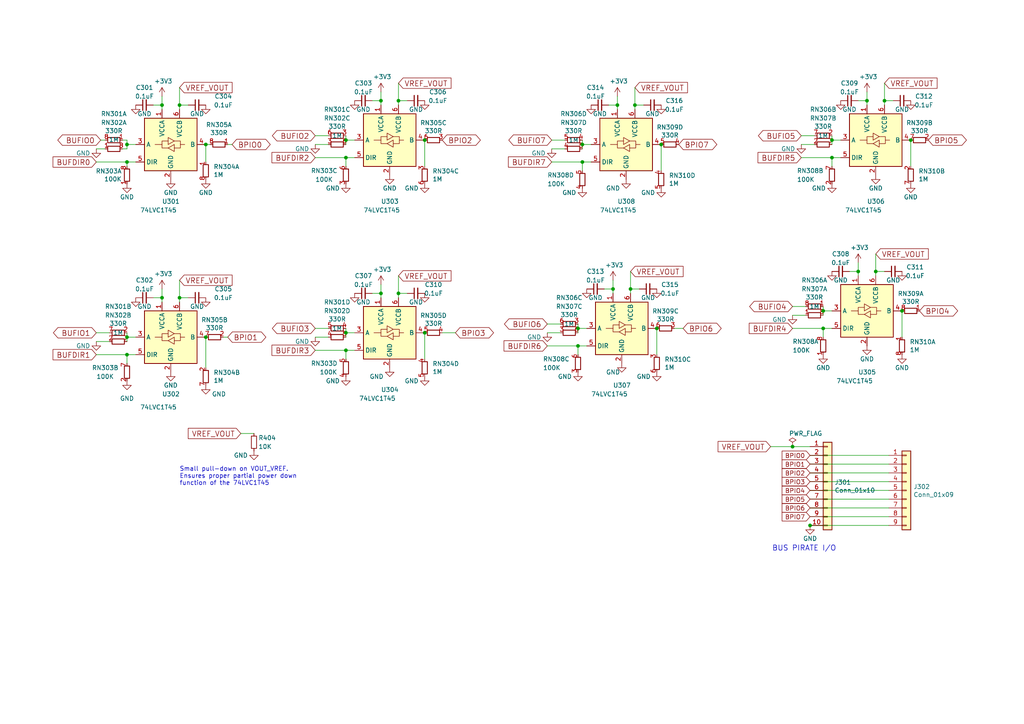
<source format=kicad_sch>
(kicad_sch (version 20230121) (generator eeschema)
  (paper "A4")
  (junction (at 59.69 97.79))
  (junction (at 167.64 100.33))
  (junction (at 254 78.74))
  (junction (at 100.33 40.64))
  (junction (at 52.07 30.48))
  (junction (at 115.57 29.21))
  (junction (at 36.83 41.91))
  (junction (at 52.07 86.36))
  (junction (at 115.57 85.09))
  (junction (at 248.92 78.74))
  (junction (at 46.99 30.48))
  (junction (at 36.83 46.99))
  (junction (at 190.5 95.25))
  (junction (at 100.33 96.52))
  (junction (at 168.91 41.91))
  (junction (at 241.3 40.64))
  (junction (at 234.95 152.4))
  (junction (at 123.19 96.52))
  (junction (at 36.83 102.87))
  (junction (at 264.16 40.64))
  (junction (at 123.19 40.64))
  (junction (at 191.77 41.91))
  (junction (at 238.76 95.25))
  (junction (at 179.07 30.48))
  (junction (at 182.88 83.82))
  (junction (at 59.69 41.91))
  (junction (at 168.91 46.99))
  (junction (at 36.83 97.79))
  (junction (at 110.49 85.09))
  (junction (at 241.3 45.72))
  (junction (at 167.64 95.25))
  (junction (at 110.49 29.21))
  (junction (at 184.15 30.48))
  (junction (at 229.87 129.54))
  (junction (at 238.76 90.17))
  (junction (at 256.54 29.21))
  (junction (at 100.33 101.6))
  (junction (at 46.99 86.36))
  (junction (at 177.8 83.82))
  (junction (at 261.62 90.17))
  (junction (at 251.46 29.21))
  (junction (at 100.33 45.72))
  (wire (pts (xy 236.22 41.91) (xy 232.41 41.91)))
  (wire (pts (xy 110.49 30.48) (xy 110.49 29.21)))
  (wire (pts (xy 259.08 29.21) (xy 256.54 29.21)))
  (wire (pts (xy 234.95 149.86) (xy 257.81 149.86)))
  (wire (pts (xy 39.37 97.79) (xy 36.83 97.79)))
  (wire (pts (xy 52.07 81.28) (xy 52.07 86.36)))
  (wire (pts (xy 257.81 132.08) (xy 234.95 132.08)))
  (wire (pts (xy 36.83 102.87) (xy 27.94 102.87)))
  (wire (pts (xy 241.3 45.72) (xy 241.3 48.26)))
  (wire (pts (xy 176.53 30.48) (xy 179.07 30.48)))
  (wire (pts (xy 36.83 99.06) (xy 36.83 97.79)))
  (wire (pts (xy 123.19 104.14) (xy 123.19 96.52)))
  (wire (pts (xy 170.18 100.33) (xy 167.64 100.33)))
  (wire (pts (xy 66.04 41.91) (xy 67.31 41.91)))
  (wire (pts (xy 238.76 90.17) (xy 238.76 88.9)))
  (wire (pts (xy 163.83 40.64) (xy 160.02 40.64)))
  (wire (pts (xy 162.56 96.52) (xy 158.75 96.52)))
  (wire (pts (xy 100.33 45.72) (xy 100.33 48.26)))
  (wire (pts (xy 59.69 106.68) (xy 59.69 97.79)))
  (wire (pts (xy 100.33 45.72) (xy 91.44 45.72)))
  (wire (pts (xy 241.3 95.25) (xy 238.76 95.25)))
  (wire (pts (xy 234.95 144.78) (xy 257.81 144.78)))
  (wire (pts (xy 52.07 31.75) (xy 52.07 30.48)))
  (wire (pts (xy 246.38 78.74) (xy 248.92 78.74)))
  (wire (pts (xy 168.91 46.99) (xy 168.91 49.53)))
  (wire (pts (xy 110.49 29.21) (xy 110.49 26.67)))
  (wire (pts (xy 167.64 100.33) (xy 167.64 102.87)))
  (wire (pts (xy 54.61 30.48) (xy 52.07 30.48)))
  (wire (pts (xy 177.8 83.82) (xy 177.8 81.28)))
  (wire (pts (xy 123.19 40.64) (xy 123.19 48.26)))
  (wire (pts (xy 46.99 31.75) (xy 46.99 30.48)))
  (wire (pts (xy 95.25 95.25) (xy 91.44 95.25)))
  (wire (pts (xy 36.83 97.79) (xy 36.83 96.52)))
  (wire (pts (xy 241.3 41.91) (xy 241.3 40.64)))
  (wire (pts (xy 168.91 46.99) (xy 160.02 46.99)))
  (wire (pts (xy 236.22 39.37) (xy 232.41 39.37)))
  (wire (pts (xy 118.11 85.09) (xy 115.57 85.09)))
  (wire (pts (xy 238.76 91.44) (xy 238.76 90.17)))
  (wire (pts (xy 59.69 41.91) (xy 59.69 46.99)))
  (wire (pts (xy 171.45 46.99) (xy 168.91 46.99)))
  (wire (pts (xy 170.18 95.25) (xy 167.64 95.25)))
  (wire (pts (xy 36.83 48.26) (xy 36.83 46.99)))
  (wire (pts (xy 115.57 86.36) (xy 115.57 85.09)))
  (wire (pts (xy 175.26 83.82) (xy 177.8 83.82)))
  (wire (pts (xy 190.5 102.87) (xy 190.5 95.25)))
  (wire (pts (xy 233.68 88.9) (xy 229.87 88.9)))
  (wire (pts (xy 54.61 86.36) (xy 52.07 86.36)))
  (wire (pts (xy 128.27 96.52) (xy 132.08 96.52)))
  (wire (pts (xy 115.57 30.48) (xy 115.57 29.21)))
  (wire (pts (xy 248.92 78.74) (xy 248.92 76.2)))
  (wire (pts (xy 115.57 80.01) (xy 115.57 85.09)))
  (wire (pts (xy 179.07 30.48) (xy 179.07 27.94)))
  (wire (pts (xy 44.45 30.48) (xy 46.99 30.48)))
  (wire (pts (xy 162.56 93.98) (xy 158.75 93.98)))
  (wire (pts (xy 36.83 43.18) (xy 35.56 43.18)))
  (wire (pts (xy 243.84 40.64) (xy 241.3 40.64)))
  (wire (pts (xy 100.33 101.6) (xy 91.44 101.6)))
  (wire (pts (xy 31.75 96.52) (xy 27.94 96.52)))
  (wire (pts (xy 243.84 45.72) (xy 241.3 45.72)))
  (wire (pts (xy 69.85 125.73) (xy 73.66 125.73)))
  (wire (pts (xy 102.87 40.64) (xy 100.33 40.64)))
  (wire (pts (xy 46.99 87.63) (xy 46.99 86.36)))
  (wire (pts (xy 39.37 102.87) (xy 36.83 102.87)))
  (wire (pts (xy 60.96 41.91) (xy 59.69 41.91)))
  (wire (pts (xy 177.8 85.09) (xy 177.8 83.82)))
  (wire (pts (xy 118.11 29.21) (xy 115.57 29.21)))
  (wire (pts (xy 95.25 39.37) (xy 91.44 39.37)))
  (wire (pts (xy 110.49 86.36) (xy 110.49 85.09)))
  (wire (pts (xy 66.04 97.79) (xy 64.77 97.79)))
  (wire (pts (xy 171.45 41.91) (xy 168.91 41.91)))
  (wire (pts (xy 179.07 31.75) (xy 179.07 30.48)))
  (wire (pts (xy 115.57 24.13) (xy 115.57 29.21)))
  (wire (pts (xy 223.52 129.54) (xy 229.87 129.54)))
  (wire (pts (xy 233.68 91.44) (xy 229.87 91.44)))
  (wire (pts (xy 27.94 46.99) (xy 36.83 46.99)))
  (wire (pts (xy 30.48 40.64) (xy 29.21 40.64)))
  (wire (pts (xy 95.25 97.79) (xy 91.44 97.79)))
  (wire (pts (xy 234.95 152.4) (xy 257.81 152.4)))
  (wire (pts (xy 168.91 41.91) (xy 168.91 40.64)))
  (wire (pts (xy 241.3 45.72) (xy 232.41 45.72)))
  (wire (pts (xy 251.46 30.48) (xy 251.46 29.21)))
  (wire (pts (xy 107.95 85.09) (xy 110.49 85.09)))
  (wire (pts (xy 100.33 41.91) (xy 100.33 40.64)))
  (wire (pts (xy 36.83 40.64) (xy 35.56 40.64)))
  (wire (pts (xy 102.87 45.72) (xy 100.33 45.72)))
  (wire (pts (xy 163.83 43.18) (xy 160.02 43.18)))
  (wire (pts (xy 198.12 95.25) (xy 195.58 95.25)))
  (wire (pts (xy 234.95 139.7) (xy 257.81 139.7)))
  (wire (pts (xy 27.94 43.18) (xy 30.48 43.18)))
  (wire (pts (xy 100.33 40.64) (xy 100.33 39.37)))
  (wire (pts (xy 241.3 90.17) (xy 238.76 90.17)))
  (wire (pts (xy 256.54 78.74) (xy 254 78.74)))
  (wire (pts (xy 251.46 29.21) (xy 251.46 26.67)))
  (wire (pts (xy 234.95 137.16) (xy 257.81 137.16)))
  (wire (pts (xy 100.33 96.52) (xy 100.33 95.25)))
  (wire (pts (xy 31.75 99.06) (xy 27.94 99.06)))
  (wire (pts (xy 167.64 96.52) (xy 167.64 95.25)))
  (wire (pts (xy 168.91 43.18) (xy 168.91 41.91)))
  (wire (pts (xy 52.07 87.63) (xy 52.07 86.36)))
  (wire (pts (xy 256.54 24.13) (xy 256.54 29.21)))
  (wire (pts (xy 182.88 78.74) (xy 182.88 83.82)))
  (wire (pts (xy 185.42 83.82) (xy 182.88 83.82)))
  (wire (pts (xy 52.07 25.4) (xy 52.07 30.48)))
  (wire (pts (xy 261.62 97.79) (xy 261.62 90.17)))
  (wire (pts (xy 167.64 100.33) (xy 158.75 100.33)))
  (wire (pts (xy 46.99 86.36) (xy 46.99 83.82)))
  (wire (pts (xy 36.83 102.87) (xy 36.83 105.41)))
  (wire (pts (xy 248.92 80.01) (xy 248.92 78.74)))
  (wire (pts (xy 238.76 95.25) (xy 229.87 95.25)))
  (wire (pts (xy 36.83 43.18) (xy 36.83 41.91)))
  (wire (pts (xy 238.76 95.25) (xy 238.76 97.79)))
  (wire (pts (xy 46.99 30.48) (xy 46.99 27.94)))
  (wire (pts (xy 100.33 101.6) (xy 100.33 104.14)))
  (wire (pts (xy 191.77 41.91) (xy 191.77 49.53)))
  (wire (pts (xy 254 73.66) (xy 254 78.74)))
  (wire (pts (xy 95.25 41.91) (xy 91.44 41.91)))
  (wire (pts (xy 102.87 96.52) (xy 100.33 96.52)))
  (wire (pts (xy 241.3 40.64) (xy 241.3 39.37)))
  (wire (pts (xy 36.83 41.91) (xy 36.83 40.64)))
  (wire (pts (xy 229.87 129.54) (xy 234.95 129.54)))
  (wire (pts (xy 44.45 86.36) (xy 46.99 86.36)))
  (wire (pts (xy 100.33 97.79) (xy 100.33 96.52)))
  (wire (pts (xy 167.64 95.25) (xy 167.64 93.98)))
  (wire (pts (xy 234.95 142.24) (xy 257.81 142.24)))
  (wire (pts (xy 186.69 30.48) (xy 184.15 30.48)))
  (wire (pts (xy 184.15 25.4) (xy 184.15 30.48)))
  (wire (pts (xy 234.95 147.32) (xy 257.81 147.32)))
  (wire (pts (xy 234.95 134.62) (xy 257.81 134.62)))
  (wire (pts (xy 107.95 29.21) (xy 110.49 29.21)))
  (wire (pts (xy 248.92 29.21) (xy 251.46 29.21)))
  (wire (pts (xy 184.15 31.75) (xy 184.15 30.48)))
  (wire (pts (xy 102.87 101.6) (xy 100.33 101.6)))
  (wire (pts (xy 256.54 30.48) (xy 256.54 29.21)))
  (wire (pts (xy 36.83 46.99) (xy 39.37 46.99)))
  (wire (pts (xy 182.88 85.09) (xy 182.88 83.82)))
  (wire (pts (xy 39.37 41.91) (xy 36.83 41.91)))
  (wire (pts (xy 254 80.01) (xy 254 78.74)))
  (wire (pts (xy 110.49 85.09) (xy 110.49 82.55)))
  (wire (pts (xy 264.16 48.26) (xy 264.16 40.64)))
  (text "Small pull-down on VOUT_VREF.\nEnsures proper partial power down \nfunction of the 74LVC1T45" (at 52.07 140.97 0) (effects (font (size 1.27 1.27)) (justify left bottom)))
  (text "BUS PIRATE I/O" (at 242.57 160.02 0) (effects (font (size 1.524 1.524)) (justify right bottom)))
  (global_label "BPIO2" (shape bidirectional) (at 128.27 40.64 0) (effects (font (size 1.524 1.524))) (property "Intersheetrefs" "${INTERSHEET_REFS}" (effects hide)))
  (global_label "BPIO0" (shape bidirectional) (at 67.31 41.91 0) (effects (font (size 1.524 1.524))) (property "Intersheetrefs" "${INTERSHEET_REFS}" (effects hide)))
  (global_label "BPIO7" (shape bidirectional) (at 196.85 41.91 0) (effects (font (size 1.524 1.524))) (property "Intersheetrefs" "${INTERSHEET_REFS}" (effects hide)))
  (global_label "BUFDIR0" (shape input) (at 27.94 46.99 180) (effects (font (size 1.524 1.524))) (property "Intersheetrefs" "${INTERSHEET_REFS}" (effects hide)))
  (global_label "BUFIO5" (shape bidirectional) (at 232.41 39.37 180) (effects (font (size 1.524 1.524))) (property "Intersheetrefs" "${INTERSHEET_REFS}" (effects hide)))
  (global_label "BUFIO3" (shape bidirectional) (at 91.44 95.25 180) (effects (font (size 1.524 1.524))) (property "Intersheetrefs" "${INTERSHEET_REFS}" (effects hide)))
  (global_label "VREF_VOUT" (shape input) (at 223.52 129.54 180) (effects (font (size 1.524 1.524))) (property "Intersheetrefs" "${INTERSHEET_REFS}" (effects hide)))
  (global_label "BUFDIR4" (shape input) (at 229.87 95.25 180) (effects (font (size 1.524 1.524))) (property "Intersheetrefs" "${INTERSHEET_REFS}" (effects hide)))
  (global_label "BUFIO0" (shape bidirectional) (at 29.21 40.64 180) (effects (font (size 1.524 1.524))) (property "Intersheetrefs" "${INTERSHEET_REFS}" (effects hide)))
  (global_label "VREF_VOUT" (shape input) (at 115.57 80.01 0) (effects (font (size 1.524 1.524))) (property "Intersheetrefs" "${INTERSHEET_REFS}" (effects hide)))
  (global_label "BUFIO2" (shape bidirectional) (at 91.44 39.37 180) (effects (font (size 1.524 1.524))) (property "Intersheetrefs" "${INTERSHEET_REFS}" (effects hide)))
  (global_label "BUFDIR3" (shape input) (at 91.44 101.6 180) (effects (font (size 1.524 1.524))) (property "Intersheetrefs" "${INTERSHEET_REFS}" (effects hide)))
  (global_label "BUFIO4" (shape bidirectional) (at 229.87 88.9 180) (effects (font (size 1.524 1.524))) (property "Intersheetrefs" "${INTERSHEET_REFS}" (effects hide)))
  (global_label "BPIO5" (shape bidirectional) (at 269.24 40.64 0) (effects (font (size 1.524 1.524))) (property "Intersheetrefs" "${INTERSHEET_REFS}" (effects hide)))
  (global_label "BUFDIR2" (shape input) (at 91.44 45.72 180) (effects (font (size 1.524 1.524))) (property "Intersheetrefs" "${INTERSHEET_REFS}" (effects hide)))
  (global_label "BPIO1" (shape bidirectional) (at 66.04 97.79 0) (effects (font (size 1.524 1.524))) (property "Intersheetrefs" "${INTERSHEET_REFS}" (effects hide)))
  (global_label "BPIO1" (shape input) (at 234.95 134.62 180) (property "Intersheetrefs" "${INTERSHEET_REFS}" (effects hide)))
  (global_label "VREF_VOUT" (shape input) (at 52.07 25.4 0) (effects (font (size 1.524 1.524))) (property "Intersheetrefs" "${INTERSHEET_REFS}" (effects hide)))
  (global_label "VREF_VOUT" (shape input) (at 115.57 24.13 0) (effects (font (size 1.524 1.524))) (property "Intersheetrefs" "${INTERSHEET_REFS}" (effects hide)))
  (global_label "BPIO4" (shape input) (at 234.95 142.24 180) (property "Intersheetrefs" "${INTERSHEET_REFS}" (effects hide)))
  (global_label "BPIO4" (shape bidirectional) (at 266.7 90.17 0) (effects (font (size 1.524 1.524))) (property "Intersheetrefs" "${INTERSHEET_REFS}" (effects hide)))
  (global_label "VREF_VOUT" (shape input) (at 69.85 125.73 180) (effects (font (size 1.524 1.524))) (property "Intersheetrefs" "${INTERSHEET_REFS}" (effects hide)))
  (global_label "BPIO6" (shape input) (at 234.95 147.32 180) (property "Intersheetrefs" "${INTERSHEET_REFS}" (effects hide)))
  (global_label "VREF_VOUT" (shape input) (at 184.15 25.4 0) (effects (font (size 1.524 1.524))) (property "Intersheetrefs" "${INTERSHEET_REFS}" (effects hide)))
  (global_label "VREF_VOUT" (shape input) (at 182.88 78.74 0) (effects (font (size 1.524 1.524))) (property "Intersheetrefs" "${INTERSHEET_REFS}" (effects hide)))
  (global_label "BPIO6" (shape bidirectional) (at 198.12 95.25 0) (effects (font (size 1.524 1.524))) (property "Intersheetrefs" "${INTERSHEET_REFS}" (effects hide)))
  (global_label "BPIO3" (shape bidirectional) (at 132.08 96.52 0) (effects (font (size 1.524 1.524))) (property "Intersheetrefs" "${INTERSHEET_REFS}" (effects hide)))
  (global_label "BUFIO1" (shape bidirectional) (at 27.94 96.52 180) (effects (font (size 1.524 1.524))) (property "Intersheetrefs" "${INTERSHEET_REFS}" (effects hide)))
  (global_label "BUFDIR5" (shape input) (at 232.41 45.72 180) (effects (font (size 1.524 1.524))) (property "Intersheetrefs" "${INTERSHEET_REFS}" (effects hide)))
  (global_label "VREF_VOUT" (shape input) (at 256.54 24.13 0) (effects (font (size 1.524 1.524))) (property "Intersheetrefs" "${INTERSHEET_REFS}" (effects hide)))
  (global_label "BUFIO7" (shape bidirectional) (at 160.02 40.64 180) (effects (font (size 1.524 1.524))) (property "Intersheetrefs" "${INTERSHEET_REFS}" (effects hide)))
  (global_label "VREF_VOUT" (shape input) (at 52.07 81.28 0) (effects (font (size 1.524 1.524))) (property "Intersheetrefs" "${INTERSHEET_REFS}" (effects hide)))
  (global_label "BPIO3" (shape input) (at 234.95 139.7 180) (property "Intersheetrefs" "${INTERSHEET_REFS}" (effects hide)))
  (global_label "BUFDIR1" (shape input) (at 27.94 102.87 180) (effects (font (size 1.524 1.524))) (property "Intersheetrefs" "${INTERSHEET_REFS}" (effects hide)))
  (global_label "BUFDIR6" (shape input) (at 158.75 100.33 180) (effects (font (size 1.524 1.524))) (property "Intersheetrefs" "${INTERSHEET_REFS}" (effects hide)))
  (global_label "VREF_VOUT" (shape input) (at 254 73.66 0) (effects (font (size 1.524 1.524))) (property "Intersheetrefs" "${INTERSHEET_REFS}" (effects hide)))
  (global_label "BPIO7" (shape input) (at 234.95 149.86 180) (property "Intersheetrefs" "${INTERSHEET_REFS}" (effects hide)))
  (global_label "BUFIO6" (shape bidirectional) (at 158.75 93.98 180) (effects (font (size 1.524 1.524))) (property "Intersheetrefs" "${INTERSHEET_REFS}" (effects hide)))
  (global_label "BPIO0" (shape input) (at 234.95 132.08 180) (property "Intersheetrefs" "${INTERSHEET_REFS}" (effects hide)))
  (global_label "BPIO2" (shape input) (at 234.95 137.16 180) (property "Intersheetrefs" "${INTERSHEET_REFS}" (effects hide)))
  (global_label "BPIO5" (shape input) (at 234.95 144.78 180) (property "Intersheetrefs" "${INTERSHEET_REFS}" (effects hide)))
  (global_label "BUFDIR7" (shape input) (at 160.02 46.99 180) (effects (font (size 1.524 1.524))) (property "Intersheetrefs" "${INTERSHEET_REFS}" (effects hide)))
  (symbol (lib_id "power:+3V3") (at 46.99 27.94 0) (unit 1)
    (property "Reference" "#PWR0310" (effects hide))
    (property "Value" "+3V3" (at 47.371 23.5458 0))
  )
  (symbol (lib_id "Device:C_Small") (at 57.15 30.48 90) (unit 1)
    (property "Reference" "C304" (at 64.77 27.94 90))
    (property "Value" "0.1uF" (at 64.77 30.48 90))
    (property "Footprint" "Capacitor_SMD:C_0402_1005Metric" (effects hide))
    (property "RMB" "0.00628" (effects hide))
    (property "Supplier" "https://item.szlcsc.com/1877.html" (effects hide))
  )
  (symbol (lib_id "power:GND") (at 39.37 30.48 0) (unit 1)
    (property "Reference" "#PWR0307" (effects hide))
    (property "Value" "GND" (at 41.91 33.02 0))
  )
  (symbol (lib_id "power:GND") (at 59.69 30.48 0) (unit 1)
    (property "Reference" "#PWR0316" (effects hide))
    (property "Value" "GND" (at 57.15 33.02 0))
  )
  (symbol (lib_id "power:GND") (at 49.53 52.07 0) (unit 1)
    (property "Reference" "#PWR0313" (effects hide))
    (property "Value" "GND" (at 49.53 55.88 0))
  )
  (symbol (lib_id "power:GND") (at 27.94 43.18 0) (unit 1)
    (property "Reference" "#PWR0301" (effects hide))
    (property "Value" "GND" (at 24.13 44.45 0))
  )
  (symbol (lib_id "power:GND") (at 36.83 53.34 0) (unit 1)
    (property "Reference" "#PWR0304" (effects hide))
    (property "Value" "GND" (at 36.83 57.15 0))
  )
  (symbol (lib_id "power:GND") (at 59.69 52.07 0) (unit 1)
    (property "Reference" "#PWR0317" (effects hide))
    (property "Value" "GND" (at 59.69 55.88 0))
  )
  (symbol (lib_id "Device:C_Small") (at 41.91 86.36 90) (unit 1)
    (property "Reference" "C302" (at 41.91 81.28 90))
    (property "Value" "0.1uF" (at 41.91 83.82 90))
    (property "Footprint" "Capacitor_SMD:C_0402_1005Metric" (effects hide))
    (property "RMB" "0.00628" (effects hide))
    (property "Supplier" "https://item.szlcsc.com/1877.html" (effects hide))
  )
  (symbol (lib_id "Logic_LevelTranslator:SN74LVC1T45DCK") (at 49.53 97.79 0) (unit 1)
    (property "Reference" "U302" (at 46.99 114.3 0) (effects (justify left)))
    (property "Value" "74LVC1T45" (at 40.64 118.11 0) (effects (justify left)))
    (property "Footprint" "Package_TO_SOT_SMD:SOT-363_SC-70-6" (effects hide))
    (property "Datasheet" "http://www.ti.com/lit/ds/symlink/sn74lvc1t45.pdf" (effects hide))
    (property "RMB" "1.33" (effects hide))
    (property "Supplier" "https://item.szlcsc.com/9911.html" (effects hide))
  )
  (symbol (lib_id "power:+3V3") (at 46.99 83.82 0) (unit 1)
    (property "Reference" "#PWR0311" (effects hide))
    (property "Value" "+3V3" (at 47.371 79.4258 0))
  )
  (symbol (lib_id "Device:C_Small") (at 57.15 86.36 90) (unit 1)
    (property "Reference" "C305" (at 64.77 83.82 90))
    (property "Value" "0.1uF" (at 64.77 86.36 90))
    (property "Footprint" "Capacitor_SMD:C_0402_1005Metric" (effects hide))
    (property "RMB" "0.00628" (effects hide))
    (property "Supplier" "https://item.szlcsc.com/1877.html" (effects hide))
  )
  (symbol (lib_id "power:GND") (at 39.37 86.36 0) (unit 1)
    (property "Reference" "#PWR0308" (effects hide))
    (property "Value" "GND" (at 41.91 88.9 0))
  )
  (symbol (lib_id "power:GND") (at 59.69 86.36 0) (unit 1)
    (property "Reference" "#PWR0318" (effects hide))
    (property "Value" "GND" (at 57.15 88.9 0))
  )
  (symbol (lib_id "power:GND") (at 49.53 107.95 0) (unit 1)
    (property "Reference" "#PWR0314" (effects hide))
    (property "Value" "GND" (at 49.53 111.76 0))
  )
  (symbol (lib_id "power:GND") (at 27.94 99.06 0) (unit 1)
    (property "Reference" "#PWR0302" (effects hide))
    (property "Value" "GND" (at 24.13 100.33 0))
  )
  (symbol (lib_id "power:GND") (at 36.83 110.49 0) (unit 1)
    (property "Reference" "#PWR0305" (effects hide))
    (property "Value" "GND" (at 36.83 115.57 0))
  )
  (symbol (lib_id "power:GND") (at 59.69 111.76 0) (unit 1)
    (property "Reference" "#PWR0319" (effects hide))
    (property "Value" "GND" (at 63.5 114.3 0))
  )
  (symbol (lib_id "Device:C_Small") (at 105.41 29.21 90) (unit 1)
    (property "Reference" "C303" (at 105.41 24.13 90))
    (property "Value" "0.1uF" (at 105.41 26.67 90))
    (property "Footprint" "Capacitor_SMD:C_0402_1005Metric" (effects hide))
    (property "RMB" "0.00628" (effects hide))
    (property "Supplier" "https://item.szlcsc.com/1877.html" (effects hide))
  )
  (symbol (lib_id "Logic_LevelTranslator:SN74LVC1T45DCK") (at 113.03 40.64 0) (unit 1)
    (property "Reference" "U303" (at 110.49 58.42 0) (effects (justify left)))
    (property "Value" "74LVC1T45" (at 105.41 60.96 0) (effects (justify left)))
    (property "Footprint" "Package_TO_SOT_SMD:SOT-363_SC-70-6" (effects hide))
    (property "Datasheet" "http://www.ti.com/lit/ds/symlink/sn74lvc1t45.pdf" (effects hide))
    (property "RMB" "1.33" (effects hide))
    (property "Supplier" "https://item.szlcsc.com/9911.html" (effects hide))
  )
  (symbol (lib_id "power:+3V3") (at 110.49 26.67 0) (unit 1)
    (property "Reference" "#PWR0312" (effects hide))
    (property "Value" "+3V3" (at 110.871 22.2758 0))
  )
  (symbol (lib_id "Device:C_Small") (at 120.65 29.21 90) (unit 1)
    (property "Reference" "C306" (at 127 26.67 90))
    (property "Value" "0.1uF" (at 127 29.21 90))
    (property "Footprint" "Capacitor_SMD:C_0402_1005Metric" (effects hide))
    (property "RMB" "0.00628" (effects hide))
    (property "Supplier" "https://item.szlcsc.com/1877.html" (effects hide))
  )
  (symbol (lib_id "power:GND") (at 102.87 29.21 0) (unit 1)
    (property "Reference" "#PWR0309" (effects hide))
    (property "Value" "GND" (at 105.41 31.75 0))
  )
  (symbol (lib_id "power:GND") (at 123.19 29.21 0) (unit 1)
    (property "Reference" "#PWR0320" (effects hide))
    (property "Value" "GND" (at 120.65 31.75 0))
  )
  (symbol (lib_id "power:GND") (at 113.03 50.8 0) (unit 1)
    (property "Reference" "#PWR0315" (effects hide))
    (property "Value" "GND" (at 113.03 54.61 0))
  )
  (symbol (lib_id "power:GND") (at 91.44 41.91 0) (unit 1)
    (property "Reference" "#PWR0303" (effects hide))
    (property "Value" "GND" (at 87.63 43.18 0))
  )
  (symbol (lib_id "power:GND") (at 100.33 53.34 0) (unit 1)
    (property "Reference" "#PWR0306" (effects hide))
    (property "Value" "GND" (at 96.52 54.61 0))
  )
  (symbol (lib_id "power:GND") (at 123.19 53.34 0) (unit 1)
    (property "Reference" "#PWR0321" (effects hide))
    (property "Value" "GND" (at 119.38 54.61 0))
  )
  (symbol (lib_id "Device:C_Small") (at 105.41 85.09 90) (unit 1)
    (property "Reference" "C307" (at 105.41 80.01 90))
    (property "Value" "0.1uF" (at 105.41 82.55 90))
    (property "Footprint" "Capacitor_SMD:C_0402_1005Metric" (effects hide))
    (property "RMB" "0.00628" (effects hide))
    (property "Supplier" "https://item.szlcsc.com/1877.html" (effects hide))
  )
  (symbol (lib_id "Logic_LevelTranslator:SN74LVC1T45DCK") (at 113.03 96.52 0) (unit 1)
    (property "Reference" "U304" (at 110.49 113.03 0) (effects (justify left)))
    (property "Value" "74LVC1T45" (at 104.14 115.57 0) (effects (justify left)))
    (property "Footprint" "Package_TO_SOT_SMD:SOT-363_SC-70-6" (effects hide))
    (property "Datasheet" "http://www.ti.com/lit/ds/symlink/sn74lvc1t45.pdf" (effects hide))
    (property "RMB" "1.33" (effects hide))
    (property "Supplier" "https://item.szlcsc.com/9911.html" (effects hide))
  )
  (symbol (lib_id "power:+3V3") (at 110.49 82.55 0) (unit 1)
    (property "Reference" "#PWR0331" (effects hide))
    (property "Value" "+3V3" (at 110.871 78.1558 0))
  )
  (symbol (lib_id "Device:C_Small") (at 120.65 85.09 90) (unit 1)
    (property "Reference" "C310" (at 125.73 82.55 90))
    (property "Value" "0.1uF" (at 125.73 85.09 90))
    (property "Footprint" "Capacitor_SMD:C_0402_1005Metric" (effects hide))
    (property "RMB" "0.00628" (effects hide))
    (property "Supplier" "https://item.szlcsc.com/1877.html" (effects hide))
  )
  (symbol (lib_id "power:GND") (at 102.87 85.09 0) (unit 1)
    (property "Reference" "#PWR0327" (effects hide))
    (property "Value" "GND" (at 105.41 87.63 0))
  )
  (symbol (lib_id "power:GND") (at 123.19 85.09 0) (unit 1)
    (property "Reference" "#PWR0337" (effects hide))
    (property "Value" "GND" (at 120.65 87.63 0))
  )
  (symbol (lib_id "power:GND") (at 113.03 106.68 0) (unit 1)
    (property "Reference" "#PWR0333" (effects hide))
    (property "Value" "GND" (at 109.22 109.22 0))
  )
  (symbol (lib_id "power:GND") (at 91.44 97.79 0) (unit 1)
    (property "Reference" "#PWR0322" (effects hide))
    (property "Value" "GND" (at 87.63 99.06 0))
  )
  (symbol (lib_id "power:GND") (at 100.33 109.22 0) (unit 1)
    (property "Reference" "#PWR0325" (effects hide))
    (property "Value" "GND" (at 96.52 110.49 0))
  )
  (symbol (lib_id "power:GND") (at 123.19 109.22 0) (unit 1)
    (property "Reference" "#PWR0338" (effects hide))
    (property "Value" "GND" (at 119.38 110.49 0))
  )
  (symbol (lib_id "Device:C_Small") (at 243.84 78.74 90) (unit 1)
    (property "Reference" "C308" (at 243.84 73.66 90))
    (property "Value" "0.1uF" (at 243.84 76.2 90))
    (property "Footprint" "Capacitor_SMD:C_0402_1005Metric" (effects hide))
    (property "RMB" "0.00628" (effects hide))
    (property "Supplier" "https://item.szlcsc.com/1877.html" (effects hide))
  )
  (symbol (lib_id "Logic_LevelTranslator:SN74LVC1T45DCK") (at 251.46 90.17 0) (unit 1)
    (property "Reference" "U305" (at 248.92 107.95 0) (effects (justify left)))
    (property "Value" "74LVC1T45" (at 242.57 110.49 0) (effects (justify left)))
    (property "Footprint" "Package_TO_SOT_SMD:SOT-363_SC-70-6" (effects hide))
    (property "Datasheet" "http://www.ti.com/lit/ds/symlink/sn74lvc1t45.pdf" (effects hide))
    (property "RMB" "1.33" (effects hide))
    (property "Supplier" "https://item.szlcsc.com/9911.html" (effects hide))
  )
  (symbol (lib_id "power:+3V3") (at 248.92 76.2 0) (unit 1)
    (property "Reference" "#PWR0332" (effects hide))
    (property "Value" "+3V3" (at 249.301 71.8058 0))
  )
  (symbol (lib_id "Device:C_Small") (at 259.08 78.74 90) (unit 1)
    (property "Reference" "C311" (at 265.43 77.47 90))
    (property "Value" "0.1uF" (at 265.43 80.01 90))
    (property "Footprint" "Capacitor_SMD:C_0402_1005Metric" (effects hide))
    (property "RMB" "0.00628" (effects hide))
    (property "Supplier" "https://item.szlcsc.com/1877.html" (effects hide))
  )
  (symbol (lib_id "power:GND") (at 241.3 78.74 0) (unit 1)
    (property "Reference" "#PWR0329" (effects hide))
    (property "Value" "GND" (at 243.84 81.28 0))
  )
  (symbol (lib_id "power:GND") (at 261.62 78.74 0) (unit 1)
    (property "Reference" "#PWR0339" (effects hide))
    (property "Value" "GND" (at 259.08 81.28 0))
  )
  (symbol (lib_id "power:GND") (at 251.46 100.33 0) (unit 1)
    (property "Reference" "#PWR0335" (effects hide))
    (property "Value" "GND" (at 251.46 104.14 0))
  )
  (symbol (lib_id "power:GND") (at 229.87 91.44 0) (unit 1)
    (property "Reference" "#PWR0323" (effects hide))
    (property "Value" "GND" (at 226.06 92.71 0))
  )
  (symbol (lib_id "power:GND") (at 238.76 102.87 0) (unit 1)
    (property "Reference" "#PWR0326" (effects hide))
    (property "Value" "GND" (at 238.76 106.68 0))
  )
  (symbol (lib_id "power:GND") (at 261.62 102.87 0) (unit 1)
    (property "Reference" "#PWR0340" (effects hide))
    (property "Value" "GND" (at 261.62 106.68 0))
  )
  (symbol (lib_id "Device:C_Small") (at 246.38 29.21 90) (unit 1)
    (property "Reference" "C309" (at 246.38 24.13 90))
    (property "Value" "0.1uF" (at 246.38 26.67 90))
    (property "Footprint" "Capacitor_SMD:C_0402_1005Metric" (effects hide))
    (property "RMB" "0.00628" (effects hide))
    (property "Supplier" "https://item.szlcsc.com/1877.html" (effects hide))
  )
  (symbol (lib_id "Logic_LevelTranslator:SN74LVC1T45DCK") (at 254 40.64 0) (unit 1)
    (property "Reference" "U306" (at 251.46 58.42 0) (effects (justify left)))
    (property "Value" "74LVC1T45" (at 245.11 60.96 0) (effects (justify left)))
    (property "Footprint" "Package_TO_SOT_SMD:SOT-363_SC-70-6" (effects hide))
    (property "Datasheet" "http://www.ti.com/lit/ds/symlink/sn74lvc1t45.pdf" (effects hide))
    (property "RMB" "1.33" (effects hide))
    (property "Supplier" "https://item.szlcsc.com/9911.html" (effects hide))
  )
  (symbol (lib_id "power:+3V3") (at 251.46 26.67 0) (unit 1)
    (property "Reference" "#PWR0334" (effects hide))
    (property "Value" "+3V3" (at 251.841 22.2758 0))
  )
  (symbol (lib_id "Device:C_Small") (at 261.62 29.21 90) (unit 1)
    (property "Reference" "C312" (at 267.97 27.94 90))
    (property "Value" "0.1uF" (at 267.97 30.48 90))
    (property "Footprint" "Capacitor_SMD:C_0402_1005Metric" (effects hide))
    (property "RMB" "0.00628" (effects hide))
    (property "Supplier" "https://item.szlcsc.com/1877.html" (effects hide))
  )
  (symbol (lib_id "power:GND") (at 243.84 29.21 0) (unit 1)
    (property "Reference" "#PWR0330" (effects hide))
    (property "Value" "GND" (at 246.38 31.75 0))
  )
  (symbol (lib_id "power:GND") (at 264.16 29.21 0) (unit 1)
    (property "Reference" "#PWR0341" (effects hide))
    (property "Value" "GND" (at 261.62 31.75 0))
  )
  (symbol (lib_id "power:GND") (at 254 50.8 0) (unit 1)
    (property "Reference" "#PWR0336" (effects hide))
    (property "Value" "GND" (at 254 54.61 0))
  )
  (symbol (lib_id "power:GND") (at 232.41 41.91 0) (unit 1)
    (property "Reference" "#PWR0324" (effects hide))
    (property "Value" "GND" (at 228.6 43.18 0))
  )
  (symbol (lib_id "power:GND") (at 241.3 53.34 0) (unit 1)
    (property "Reference" "#PWR0328" (effects hide))
    (property "Value" "GND" (at 237.49 54.61 0))
  )
  (symbol (lib_id "power:GND") (at 264.16 53.34 0) (unit 1)
    (property "Reference" "#PWR0342" (effects hide))
    (property "Value" "GND" (at 264.16 57.15 0))
  )
  (symbol (lib_id "Device:C_Small") (at 172.72 83.82 90) (unit 1)
    (property "Reference" "C313" (at 172.72 78.74 90))
    (property "Value" "0.1uF" (at 172.72 81.28 90))
    (property "Footprint" "Capacitor_SMD:C_0402_1005Metric" (effects hide))
    (property "RMB" "0.00628" (effects hide))
    (property "Supplier" "https://item.szlcsc.com/1877.html" (effects hide))
  )
  (symbol (lib_id "Logic_LevelTranslator:SN74LVC1T45DCK") (at 180.34 95.25 0) (unit 1)
    (property "Reference" "U307" (at 177.8 111.76 0) (effects (justify left)))
    (property "Value" "74LVC1T45" (at 171.45 114.3 0) (effects (justify left)))
    (property "Footprint" "Package_TO_SOT_SMD:SOT-363_SC-70-6" (effects hide))
    (property "Datasheet" "http://www.ti.com/lit/ds/symlink/sn74lvc1t45.pdf" (effects hide))
    (property "RMB" "1.33" (effects hide))
    (property "Supplier" "https://item.szlcsc.com/9911.html" (effects hide))
  )
  (symbol (lib_id "power:+3V3") (at 177.8 81.28 0) (unit 1)
    (property "Reference" "#PWR0349" (effects hide))
    (property "Value" "+3V3" (at 178.181 76.8858 0))
  )
  (symbol (lib_id "Device:C_Small") (at 187.96 83.82 90) (unit 1)
    (property "Reference" "C315" (at 194.31 82.55 90))
    (property "Value" "0.1uF" (at 194.31 85.09 90))
    (property "Footprint" "Capacitor_SMD:C_0402_1005Metric" (effects hide))
    (property "RMB" "0.00628" (effects hide))
    (property "Supplier" "https://item.szlcsc.com/1877.html" (effects hide))
  )
  (symbol (lib_id "power:GND") (at 170.18 83.82 0) (unit 1)
    (property "Reference" "#PWR0347" (effects hide))
    (property "Value" "GND" (at 172.72 86.36 0))
  )
  (symbol (lib_id "power:GND") (at 190.5 83.82 0) (unit 1)
    (property "Reference" "#PWR0354" (effects hide))
    (property "Value" "GND" (at 187.96 86.36 0))
  )
  (symbol (lib_id "power:GND") (at 180.34 105.41 0) (unit 1)
    (property "Reference" "#PWR0351" (effects hide))
    (property "Value" "GND" (at 177.8 107.95 0))
  )
  (symbol (lib_id "power:GND") (at 158.75 96.52 0) (unit 1)
    (property "Reference" "#PWR0343" (effects hide))
    (property "Value" "GND" (at 154.94 97.79 0))
  )
  (symbol (lib_id "power:GND") (at 167.64 107.95 0) (unit 1)
    (property "Reference" "#PWR0345" (effects hide))
    (property "Value" "GND" (at 163.83 109.22 0))
  )
  (symbol (lib_id "power:GND") (at 190.5 107.95 0) (unit 1)
    (property "Reference" "#PWR0355" (effects hide))
    (property "Value" "GND" (at 186.69 109.22 0))
  )
  (symbol (lib_id "Device:C_Small") (at 173.99 30.48 90) (unit 1)
    (property "Reference" "C314" (at 172.72 25.4 90))
    (property "Value" "0.1uF" (at 172.72 27.94 90))
    (property "Footprint" "Capacitor_SMD:C_0402_1005Metric" (effects hide))
    (property "RMB" "0.00628" (effects hide))
    (property "Supplier" "https://item.szlcsc.com/1877.html" (effects hide))
  )
  (symbol (lib_id "Logic_LevelTranslator:SN74LVC1T45DCK") (at 181.61 41.91 0) (unit 1)
    (property "Reference" "U308" (at 179.07 58.42 0) (effects (justify left)))
    (property "Value" "74LVC1T45" (at 173.99 60.96 0) (effects (justify left)))
    (property "Footprint" "Package_TO_SOT_SMD:SOT-363_SC-70-6" (effects hide))
    (property "Datasheet" "http://www.ti.com/lit/ds/symlink/sn74lvc1t45.pdf" (effects hide))
    (property "RMB" "1.33" (effects hide))
    (property "Supplier" "https://item.szlcsc.com/9911.html" (effects hide))
  )
  (symbol (lib_id "power:+3V3") (at 179.07 27.94 0) (unit 1)
    (property "Reference" "#PWR0350" (effects hide))
    (property "Value" "+3V3" (at 179.451 23.5458 0))
  )
  (symbol (lib_id "Device:C_Small") (at 189.23 30.48 90) (unit 1)
    (property "Reference" "C316" (at 195.58 29.21 90))
    (property "Value" "0.1uF" (at 195.58 31.75 90))
    (property "Footprint" "Capacitor_SMD:C_0402_1005Metric" (effects hide))
    (property "RMB" "0.00628" (effects hide))
    (property "Supplier" "https://item.szlcsc.com/1877.html" (effects hide))
  )
  (symbol (lib_id "power:GND") (at 171.45 30.48 0) (unit 1)
    (property "Reference" "#PWR0348" (effects hide))
    (property "Value" "GND" (at 173.99 33.02 0))
  )
  (symbol (lib_id "power:GND") (at 191.77 30.48 0) (unit 1)
    (property "Reference" "#PWR0356" (effects hide))
    (property "Value" "GND" (at 189.23 33.02 0))
  )
  (symbol (lib_id "power:GND") (at 181.61 52.07 0) (unit 1)
    (property "Reference" "#PWR0352" (effects hide))
    (property "Value" "GND" (at 177.8 54.61 0))
  )
  (symbol (lib_id "power:GND") (at 160.02 43.18 0) (unit 1)
    (property "Reference" "#PWR0344" (effects hide))
    (property "Value" "GND" (at 156.21 44.45 0))
  )
  (symbol (lib_id "power:GND") (at 168.91 54.61 0) (unit 1)
    (property "Reference" "#PWR0346" (effects hide))
    (property "Value" "GND" (at 165.1 55.88 0))
  )
  (symbol (lib_id "power:GND") (at 191.77 54.61 0) (unit 1)
    (property "Reference" "#PWR0357" (effects hide))
    (property "Value" "GND" (at 187.96 55.88 0))
  )
  (symbol (lib_id "Device:C_Small") (at 41.91 30.48 90) (unit 1)
    (property "Reference" "C301" (at 41.91 25.4 90))
    (property "Value" "0.1uF" (at 41.91 27.94 90))
    (property "Footprint" "Capacitor_SMD:C_0402_1005Metric" (effects hide))
    (property "RMB" "0.00628" (effects hide))
    (property "Supplier" "https://item.szlcsc.com/1877.html" (effects hide))
  )
  (symbol (lib_id "Logic_LevelTranslator:SN74LVC1T45DCK") (at 49.53 41.91 0) (unit 1)
    (property "Reference" "U301" (at 46.99 58.42 0) (effects (justify left)))
    (property "Value" "74LVC1T45" (at 40.64 60.96 0) (effects (justify left)))
    (property "Footprint" "Package_TO_SOT_SMD:SOT-363_SC-70-6" (effects hide))
    (property "Datasheet" "http://www.ti.com/lit/ds/symlink/sn74lvc1t45.pdf" (effects hide))
    (property "RMB" "1.33" (effects hide))
    (property "Supplier" "https://item.szlcsc.com/9911.html" (effects hide))
  )
  (symbol (lib_id "Connector_Generic:Conn_01x10") (at 240.03 139.7 0) (unit 1)
    (property "Reference" "J301" (at 242.062 139.9032 0) (effects (justify left)))
    (property "Value" "Conn_01x10" (at 242.062 142.2146 0) (effects (justify left)))
    (property "Footprint" "Connector_PinHeader_2.54mm:PinHeader_1x10_P2.54mm_Vertical" (effects hide))
  )
  (symbol (lib_id "power:GND") (at 234.95 152.4 0) (unit 1)
    (property "Reference" "#PWR0353" (effects hide))
    (property "Value" "GND" (at 234.95 156.21 0))
  )
  (symbol (lib_id "power:PWR_FLAG") (at 229.87 129.54 0) (unit 1)
    (property "Reference" "#FLG0301" (effects hide))
    (property "Value" "PWR_FLAG" (at 233.68 125.73 0))
  )
  (symbol (lib_id "dp-rarray:R_Array") (at 33.02 40.64 270) (unit 1)
    (property "Reference" "RN301" (at 33.02 33.02 90))
    (property "Value" "330R" (at 33.02 37.9476 90))
    (property "Footprint" "Resistor_SMD:R_Array_Convex_4x0402" (effects hide))
    (property "Datasheet" "http://www.vishay.com/docs/31509/csc.pdf" (effects hide))
    (property "RMB" "0.033552" (effects hide))
    (property "Supplier" "https://item.szlcsc.com/26241.html" (effects hide))
  )
  (symbol (lib_id "dp-rarray:R_Array") (at 33.02 43.18 90) (mirror x) (unit 1)
    (property "Reference" "RN302" (at 33.02 35.56 90))
    (property "Value" "1M" (at 33.02 40.4876 90))
    (property "Footprint" "Resistor_SMD:R_Array_Convex_4x0402" (effects hide))
    (property "Datasheet" "http://www.vishay.com/docs/31509/csc.pdf" (effects hide))
    (property "RMB" "0.03666" (effects hide))
    (property "Supplier" "https://item.szlcsc.com/635571.html" (effects hide))
  )
  (symbol (lib_id "dp-rarray:R_Array") (at 36.83 50.8 0) (mirror x) (unit 1)
    (property "Reference" "RN303" (at 35.306 49.6316 0) (effects (justify right)))
    (property "Value" "100K" (at 35.306 51.943 0) (effects (justify right)))
    (property "Footprint" "Resistor_SMD:R_Array_Convex_4x0402" (effects hide))
    (property "Datasheet" "http://www.vishay.com/docs/31509/csc.pdf" (effects hide))
    (property "RMB" "0.020173" (effects hide))
    (property "Supplier" "https://item.szlcsc.com/728291.html" (effects hide))
  )
  (symbol (lib_id "dp-rarray:R_Array") (at 59.69 49.53 0) (unit 1)
    (property "Reference" "RN304" (at 61.9252 48.3616 0) (effects (justify left)))
    (property "Value" "1M" (at 61.9252 50.673 0) (effects (justify left)))
    (property "Footprint" "Resistor_SMD:R_Array_Convex_4x0402" (effects hide))
    (property "Datasheet" "http://www.vishay.com/docs/31509/csc.pdf" (effects hide))
    (property "RMB" "0.03666" (effects hide))
    (property "Supplier" "https://item.szlcsc.com/635571.html" (effects hide))
  )
  (symbol (lib_id "dp-rarray:R_Array") (at 63.5 41.91 270) (mirror x) (unit 1)
    (property "Reference" "RN305" (at 63.5 36.195 90))
    (property "Value" "330R" (at 63.5 38.5064 90))
    (property "Footprint" "Resistor_SMD:R_Array_Convex_4x0402" (effects hide))
    (property "Datasheet" "http://www.vishay.com/docs/31509/csc.pdf" (effects hide))
    (property "RMB" "0.033552" (effects hide))
    (property "Supplier" "https://item.szlcsc.com/26241.html" (effects hide))
  )
  (symbol (lib_id "dp-rarray:R_Array") (at 34.29 96.52 270) (unit 2)
    (property "Reference" "RN301" (at 34.29 88.9 90))
    (property "Value" "330R" (at 34.29 93.8276 90))
    (property "Footprint" "Resistor_SMD:R_Array_Convex_4x0402" (effects hide))
    (property "Datasheet" "http://www.vishay.com/docs/31509/csc.pdf" (effects hide))
    (property "RMB" "0.033552" (effects hide))
    (property "Supplier" "https://item.szlcsc.com/26241.html" (effects hide))
  )
  (symbol (lib_id "dp-rarray:R_Array") (at 34.29 99.06 90) (unit 2)
    (property "Reference" "RN302" (at 34.29 91.44 90))
    (property "Value" "1M" (at 34.29 96.52 90))
    (property "Footprint" "Resistor_SMD:R_Array_Convex_4x0402" (effects hide))
    (property "Datasheet" "http://www.vishay.com/docs/31509/csc.pdf" (effects hide))
    (property "RMB" "0.03666" (effects hide))
    (property "Supplier" "https://item.szlcsc.com/635571.html" (effects hide))
  )
  (symbol (lib_id "dp-rarray:R_Array") (at 36.83 107.95 180) (unit 2)
    (property "Reference" "RN303" (at 26.67 106.68 0) (effects (justify right)))
    (property "Value" "100K" (at 27.94 109.22 0) (effects (justify right)))
    (property "Footprint" "Resistor_SMD:R_Array_Convex_4x0402" (effects hide))
    (property "Datasheet" "http://www.vishay.com/docs/31509/csc.pdf" (effects hide))
    (property "RMB" "0.020173" (effects hide))
    (property "Supplier" "https://item.szlcsc.com/728291.html" (effects hide))
  )
  (symbol (lib_id "dp-rarray:R_Array") (at 59.69 109.22 0) (unit 2)
    (property "Reference" "RN304" (at 61.9252 108.0516 0) (effects (justify left)))
    (property "Value" "1M" (at 61.9252 110.363 0) (effects (justify left)))
    (property "Footprint" "Resistor_SMD:R_Array_Convex_4x0402" (effects hide))
    (property "Datasheet" "http://www.vishay.com/docs/31509/csc.pdf" (effects hide))
    (property "RMB" "0.03666" (effects hide))
    (property "Supplier" "https://item.szlcsc.com/635571.html" (effects hide))
  )
  (symbol (lib_id "dp-rarray:R_Array") (at 62.23 97.79 270) (unit 2)
    (property "Reference" "RN305" (at 62.23 92.7862 90))
    (property "Value" "330R" (at 62.23 95.0976 90))
    (property "Footprint" "Resistor_SMD:R_Array_Convex_4x0402" (effects hide))
    (property "Datasheet" "http://www.vishay.com/docs/31509/csc.pdf" (effects hide))
    (property "RMB" "0.033552" (effects hide))
    (property "Supplier" "https://item.szlcsc.com/26241.html" (effects hide))
  )
  (symbol (lib_id "dp-rarray:R_Array") (at 97.79 39.37 270) (unit 3)
    (property "Reference" "RN301" (at 97.79 31.75 90))
    (property "Value" "330R" (at 97.79 36.6776 90))
    (property "Footprint" "Resistor_SMD:R_Array_Convex_4x0402" (effects hide))
    (property "Datasheet" "http://www.vishay.com/docs/31509/csc.pdf" (effects hide))
    (property "RMB" "0.033552" (effects hide))
    (property "Supplier" "https://item.szlcsc.com/26241.html" (effects hide))
  )
  (symbol (lib_id "dp-rarray:R_Array") (at 97.79 41.91 90) (unit 3)
    (property "Reference" "RN302" (at 97.79 34.29 90))
    (property "Value" "1M" (at 97.79 39.37 90))
    (property "Footprint" "Resistor_SMD:R_Array_Convex_4x0402" (effects hide))
    (property "Datasheet" "http://www.vishay.com/docs/31509/csc.pdf" (effects hide))
    (property "RMB" "0.03666" (effects hide))
    (property "Supplier" "https://item.szlcsc.com/635571.html" (effects hide))
  )
  (symbol (lib_id "dp-rarray:R_Array") (at 100.33 50.8 180) (unit 3)
    (property "Reference" "RN303" (at 90.17 49.53 0) (effects (justify right)))
    (property "Value" "100K" (at 91.44 52.07 0) (effects (justify right)))
    (property "Footprint" "Resistor_SMD:R_Array_Convex_4x0402" (effects hide))
    (property "Datasheet" "http://www.vishay.com/docs/31509/csc.pdf" (effects hide))
    (property "RMB" "0.020173" (effects hide))
    (property "Supplier" "https://item.szlcsc.com/728291.html" (effects hide))
  )
  (symbol (lib_id "dp-rarray:R_Array") (at 123.19 50.8 0) (unit 3)
    (property "Reference" "RN304" (at 125.4252 49.6316 0) (effects (justify left)))
    (property "Value" "1M" (at 125.4252 51.943 0) (effects (justify left)))
    (property "Footprint" "Resistor_SMD:R_Array_Convex_4x0402" (effects hide))
    (property "Datasheet" "http://www.vishay.com/docs/31509/csc.pdf" (effects hide))
    (property "RMB" "0.03666" (effects hide))
    (property "Supplier" "https://item.szlcsc.com/635571.html" (effects hide))
  )
  (symbol (lib_id "dp-rarray:R_Array") (at 125.73 40.64 270) (unit 3)
    (property "Reference" "RN305" (at 125.73 35.6362 90))
    (property "Value" "330R" (at 125.73 37.9476 90))
    (property "Footprint" "Resistor_SMD:R_Array_Convex_4x0402" (effects hide))
    (property "Datasheet" "http://www.vishay.com/docs/31509/csc.pdf" (effects hide))
    (property "RMB" "0.033552" (effects hide))
    (property "Supplier" "https://item.szlcsc.com/26241.html" (effects hide))
  )
  (symbol (lib_id "dp-rarray:R_Array") (at 97.79 95.25 270) (unit 4)
    (property "Reference" "RN301" (at 97.79 87.63 90))
    (property "Value" "330R" (at 97.79 92.5576 90))
    (property "Footprint" "Resistor_SMD:R_Array_Convex_4x0402" (effects hide))
    (property "Datasheet" "http://www.vishay.com/docs/31509/csc.pdf" (effects hide))
    (property "RMB" "0.033552" (effects hide))
    (property "Supplier" "https://item.szlcsc.com/26241.html" (effects hide))
  )
  (symbol (lib_id "dp-rarray:R_Array") (at 166.37 40.64 270) (unit 4)
    (property "Reference" "RN306" (at 166.37 33.02 90))
    (property "Value" "330R" (at 166.37 37.9476 90))
    (property "Footprint" "Resistor_SMD:R_Array_Convex_4x0402" (effects hide))
    (property "Datasheet" "http://www.vishay.com/docs/31509/csc.pdf" (effects hide))
    (property "RMB" "0.033552" (effects hide))
    (property "Supplier" "https://item.szlcsc.com/26241.html" (effects hide))
  )
  (symbol (lib_id "dp-rarray:R_Array") (at 97.79 97.79 90) (unit 4)
    (property "Reference" "RN302" (at 97.79 90.17 90))
    (property "Value" "1M" (at 97.79 95.25 90))
    (property "Footprint" "Resistor_SMD:R_Array_Convex_4x0402" (effects hide))
    (property "Datasheet" "http://www.vishay.com/docs/31509/csc.pdf" (effects hide))
    (property "RMB" "0.03666" (effects hide))
    (property "Supplier" "https://item.szlcsc.com/635571.html" (effects hide))
  )
  (symbol (lib_id "dp-rarray:R_Array") (at 100.33 106.68 180) (unit 4)
    (property "Reference" "RN303" (at 90.17 105.41 0) (effects (justify right)))
    (property "Value" "100K" (at 92.71 107.95 0) (effects (justify right)))
    (property "Footprint" "Resistor_SMD:R_Array_Convex_4x0402" (effects hide))
    (property "Datasheet" "http://www.vishay.com/docs/31509/csc.pdf" (effects hide))
    (property "RMB" "0.020173" (effects hide))
    (property "Supplier" "https://item.szlcsc.com/728291.html" (effects hide))
  )
  (symbol (lib_id "dp-rarray:R_Array") (at 123.19 106.68 0) (unit 4)
    (property "Reference" "RN304" (at 125.4252 105.5116 0) (effects (justify left)))
    (property "Value" "1M" (at 125.4252 107.823 0) (effects (justify left)))
    (property "Footprint" "Resistor_SMD:R_Array_Convex_4x0402" (effects hide))
    (property "Datasheet" "http://www.vishay.com/docs/31509/csc.pdf" (effects hide))
    (property "RMB" "0.03666" (effects hide))
    (property "Supplier" "https://item.szlcsc.com/635571.html" (effects hide))
  )
  (symbol (lib_id "dp-rarray:R_Array") (at 125.73 96.52 270) (unit 4)
    (property "Reference" "RN305" (at 125.73 91.5162 90))
    (property "Value" "330R" (at 125.73 93.8276 90))
    (property "Footprint" "Resistor_SMD:R_Array_Convex_4x0402" (effects hide))
    (property "Datasheet" "http://www.vishay.com/docs/31509/csc.pdf" (effects hide))
    (property "RMB" "0.033552" (effects hide))
    (property "Supplier" "https://item.szlcsc.com/26241.html" (effects hide))
  )
  (symbol (lib_id "dp-rarray:R_Array") (at 194.31 41.91 270) (unit 4)
    (property "Reference" "RN309" (at 194.31 36.9062 90))
    (property "Value" "330R" (at 194.31 39.2176 90))
    (property "Footprint" "Resistor_SMD:R_Array_Convex_4x0402" (effects hide))
    (property "Datasheet" "http://www.vishay.com/docs/31509/csc.pdf" (effects hide))
    (property "RMB" "0.033552" (effects hide))
    (property "Supplier" "https://item.szlcsc.com/26241.html" (effects hide))
  )
  (symbol (lib_id "dp-rarray:R_Array") (at 191.77 52.07 0) (unit 4)
    (property "Reference" "RN310" (at 194.0052 50.9016 0) (effects (justify left)))
    (property "Value" "1M" (at 194.0052 53.213 0) (effects (justify left)))
    (property "Footprint" "Resistor_SMD:R_Array_Convex_4x0402" (effects hide))
    (property "Datasheet" "http://www.vishay.com/docs/31509/csc.pdf" (effects hide))
    (property "RMB" "0.03666" (effects hide))
    (property "Supplier" "https://item.szlcsc.com/635571.html" (effects hide))
  )
  (symbol (lib_id "dp-rarray:R_Array") (at 238.76 100.33 180) (unit 1)
    (property "Reference" "RN308" (at 229.87 99.06 0) (effects (justify right)))
    (property "Value" "100K" (at 229.87 101.6 0) (effects (justify right)))
    (property "Footprint" "Resistor_SMD:R_Array_Convex_4x0402" (effects hide))
    (property "Datasheet" "http://www.vishay.com/docs/31509/csc.pdf" (effects hide))
    (property "RMB" "0.020173" (effects hide))
    (property "Supplier" "https://item.szlcsc.com/728291.html" (effects hide))
  )
  (symbol (lib_id "dp-rarray:R_Array") (at 166.37 43.18 90) (unit 4)
    (property "Reference" "RN307" (at 166.37 35.56 90))
    (property "Value" "1M" (at 166.37 40.64 90))
    (property "Footprint" "Resistor_SMD:R_Array_Convex_4x0402" (effects hide))
    (property "Datasheet" "http://www.vishay.com/docs/31509/csc.pdf" (effects hide))
    (property "RMB" "0.03666" (effects hide))
    (property "Supplier" "https://item.szlcsc.com/635571.html" (effects hide))
  )
  (symbol (lib_id "dp-rarray:R_Array") (at 236.22 88.9 270) (unit 1)
    (property "Reference" "RN306" (at 236.22 81.28 90))
    (property "Value" "330R" (at 236.22 86.2076 90))
    (property "Footprint" "Resistor_SMD:R_Array_Convex_4x0402" (effects hide))
    (property "Datasheet" "http://www.vishay.com/docs/31509/csc.pdf" (effects hide))
    (property "RMB" "0.033552" (effects hide))
    (property "Supplier" "https://item.szlcsc.com/26241.html" (effects hide))
  )
  (symbol (lib_id "dp-rarray:R_Array") (at 236.22 91.44 90) (unit 1)
    (property "Reference" "RN307" (at 236.22 83.82 90))
    (property "Value" "1M" (at 236.22 88.9 90))
    (property "Footprint" "Resistor_SMD:R_Array_Convex_4x0402" (effects hide))
    (property "Datasheet" "http://www.vishay.com/docs/31509/csc.pdf" (effects hide))
    (property "RMB" "0.03666" (effects hide))
    (property "Supplier" "https://item.szlcsc.com/635571.html" (effects hide))
  )
  (symbol (lib_id "dp-rarray:R_Array") (at 241.3 50.8 180) (unit 2)
    (property "Reference" "RN308" (at 231.14 49.53 0) (effects (justify right)))
    (property "Value" "100K" (at 231.14 52.07 0) (effects (justify right)))
    (property "Footprint" "Resistor_SMD:R_Array_Convex_4x0402" (effects hide))
    (property "Datasheet" "http://www.vishay.com/docs/31509/csc.pdf" (effects hide))
    (property "RMB" "0.020173" (effects hide))
    (property "Supplier" "https://item.szlcsc.com/728291.html" (effects hide))
  )
  (symbol (lib_id "dp-rarray:R_Array") (at 261.62 100.33 0) (unit 1)
    (property "Reference" "RN310" (at 263.8552 99.1616 0) (effects (justify left)))
    (property "Value" "1M" (at 263.8552 101.473 0) (effects (justify left)))
    (property "Footprint" "Resistor_SMD:R_Array_Convex_4x0402" (effects hide))
    (property "Datasheet" "http://www.vishay.com/docs/31509/csc.pdf" (effects hide))
    (property "RMB" "0.03666" (effects hide))
    (property "Supplier" "https://item.szlcsc.com/635571.html" (effects hide))
  )
  (symbol (lib_id "dp-rarray:R_Array") (at 264.16 90.17 270) (unit 1)
    (property "Reference" "RN309" (at 264.16 85.1662 90))
    (property "Value" "330R" (at 264.16 87.4776 90))
    (property "Footprint" "Resistor_SMD:R_Array_Convex_4x0402" (effects hide))
    (property "Datasheet" "http://www.vishay.com/docs/31509/csc.pdf" (effects hide))
    (property "RMB" "0.033552" (effects hide))
    (property "Supplier" "https://item.szlcsc.com/26241.html" (effects hide))
  )
  (symbol (lib_id "dp-rarray:R_Array") (at 238.76 39.37 270) (unit 2)
    (property "Reference" "RN306" (at 238.76 31.75 90))
    (property "Value" "330R" (at 238.76 36.6776 90))
    (property "Footprint" "Resistor_SMD:R_Array_Convex_4x0402" (effects hide))
    (property "Datasheet" "http://www.vishay.com/docs/31509/csc.pdf" (effects hide))
    (property "RMB" "0.033552" (effects hide))
    (property "Supplier" "https://item.szlcsc.com/26241.html" (effects hide))
  )
  (symbol (lib_id "dp-rarray:R_Array") (at 238.76 41.91 90) (unit 2)
    (property "Reference" "RN307" (at 238.76 34.29 90))
    (property "Value" "1M" (at 238.76 39.37 90))
    (property "Footprint" "Resistor_SMD:R_Array_Convex_4x0402" (effects hide))
    (property "Datasheet" "http://www.vishay.com/docs/31509/csc.pdf" (effects hide))
    (property "RMB" "0.03666" (effects hide))
    (property "Supplier" "https://item.szlcsc.com/635571.html" (effects hide))
  )
  (symbol (lib_id "dp-rarray:R_Array") (at 167.64 105.41 180) (unit 3)
    (property "Reference" "RN308" (at 157.48 104.14 0) (effects (justify right)))
    (property "Value" "100K" (at 157.48 106.68 0) (effects (justify right)))
    (property "Footprint" "Resistor_SMD:R_Array_Convex_4x0402" (effects hide))
    (property "Datasheet" "http://www.vishay.com/docs/31509/csc.pdf" (effects hide))
    (property "RMB" "0.020173" (effects hide))
    (property "Supplier" "https://item.szlcsc.com/728291.html" (effects hide))
  )
  (symbol (lib_id "dp-rarray:R_Array") (at 264.16 50.8 0) (unit 2)
    (property "Reference" "RN310" (at 266.3952 49.6316 0) (effects (justify left)))
    (property "Value" "1M" (at 266.3952 51.943 0) (effects (justify left)))
    (property "Footprint" "Resistor_SMD:R_Array_Convex_4x0402" (effects hide))
    (property "Datasheet" "http://www.vishay.com/docs/31509/csc.pdf" (effects hide))
    (property "RMB" "0.03666" (effects hide))
    (property "Supplier" "https://item.szlcsc.com/635571.html" (effects hide))
  )
  (symbol (lib_id "dp-rarray:R_Array") (at 266.7 40.64 270) (unit 2)
    (property "Reference" "RN309" (at 266.7 35.6362 90))
    (property "Value" "330R" (at 266.7 37.9476 90))
    (property "Footprint" "Resistor_SMD:R_Array_Convex_4x0402" (effects hide))
    (property "Datasheet" "http://www.vishay.com/docs/31509/csc.pdf" (effects hide))
    (property "RMB" "0.033552" (effects hide))
    (property "Supplier" "https://item.szlcsc.com/26241.html" (effects hide))
  )
  (symbol (lib_id "dp-rarray:R_Array") (at 165.1 93.98 270) (unit 3)
    (property "Reference" "RN306" (at 165.1 86.36 90))
    (property "Value" "330R" (at 165.1 91.2876 90))
    (property "Footprint" "Resistor_SMD:R_Array_Convex_4x0402" (effects hide))
    (property "Datasheet" "http://www.vishay.com/docs/31509/csc.pdf" (effects hide))
    (property "RMB" "0.033552" (effects hide))
    (property "Supplier" "https://item.szlcsc.com/26241.html" (effects hide))
  )
  (symbol (lib_id "dp-rarray:R_Array") (at 165.1 96.52 90) (unit 3)
    (property "Reference" "RN307" (at 165.1 88.9 90))
    (property "Value" "1M" (at 165.1 93.98 90))
    (property "Footprint" "Resistor_SMD:R_Array_Convex_4x0402" (effects hide))
    (property "Datasheet" "http://www.vishay.com/docs/31509/csc.pdf" (effects hide))
    (property "RMB" "0.03666" (effects hide))
    (property "Supplier" "https://item.szlcsc.com/635571.html" (effects hide))
  )
  (symbol (lib_id "dp-rarray:R_Array") (at 168.91 52.07 180) (unit 4)
    (property "Reference" "RN308" (at 158.75 50.8 0) (effects (justify right)))
    (property "Value" "100K" (at 158.75 53.34 0) (effects (justify right)))
    (property "Footprint" "Resistor_SMD:R_Array_Convex_4x0402" (effects hide))
    (property "Datasheet" "http://www.vishay.com/docs/31509/csc.pdf" (effects hide))
    (property "RMB" "0.020173" (effects hide))
    (property "Supplier" "https://item.szlcsc.com/728291.html" (effects hide))
  )
  (symbol (lib_id "dp-rarray:R_Array") (at 190.5 105.41 0) (unit 3)
    (property "Reference" "RN310" (at 192.7352 104.2416 0) (effects (justify left)))
    (property "Value" "1M" (at 192.7352 106.553 0) (effects (justify left)))
    (property "Footprint" "Resistor_SMD:R_Array_Convex_4x0402" (effects hide))
    (property "Datasheet" "http://www.vishay.com/docs/31509/csc.pdf" (effects hide))
    (property "RMB" "0.03666" (effects hide))
    (property "Supplier" "https://item.szlcsc.com/635571.html" (effects hide))
  )
  (symbol (lib_id "dp-rarray:R_Array") (at 193.04 95.25 270) (unit 3)
    (property "Reference" "RN309" (at 193.04 90.2462 90))
    (property "Value" "330R" (at 193.04 92.5576 90))
    (property "Footprint" "Resistor_SMD:R_Array_Convex_4x0402" (effects hide))
    (property "Datasheet" "http://www.vishay.com/docs/31509/csc.pdf" (effects hide))
    (property "RMB" "0.033552" (effects hide))
    (property "Supplier" "https://item.szlcsc.com/26241.html" (effects hide))
  )
  (symbol (lib_id "Connector_Generic:Conn_01x09") (at 262.89 142.24 0) (unit 1)
    (property "Reference" "J302" (at 264.922 141.1732 0) (effects (justify left)))
    (property "Value" "Conn_01x09" (at 264.922 143.4846 0) (effects (justify left)))
    (property "Footprint" "Connector_JST:JST_SH_SM09B-SRSS-TB_1x09-1MP_P1.00mm_Horizontal" (effects hide))
  )
  (symbol (lib_id "power:GND") (at 73.66 130.81 0) (unit 1)
    (property "Reference" "#PWR016" (effects hide))
    (property "Value" "GND" (at 69.85 132.08 0))
  )
  (symbol (lib_id "Device:R_Small") (at 73.66 128.27 0) (unit 1)
    (property "Reference" "R404" (at 74.93 127 0) (effects (justify left)))
    (property "Value" "10K" (at 74.93 129.54 0) (effects (justify left)))
    (property "Footprint" "Resistor_SMD:R_0402_1005Metric" (effects hide))
    (property "RMB" "0.005749" (effects hide))
    (property "Supplier" "https://item.szlcsc.com/61543.html" (effects hide))
    (instances (project "BusPirate-5-rev10" (path "" (reference "R404") (unit 1)) (path "" (reference "R301") (unit 1))))
  )
)
</source>
